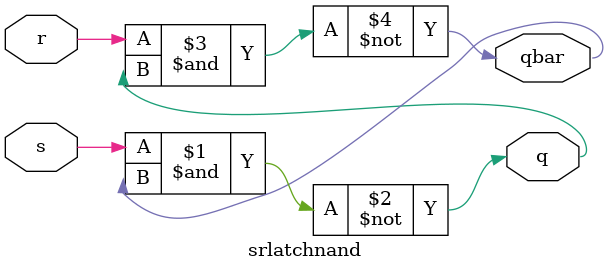
<source format=v>
module srlatchnand( s,r ,q,qbar );
input s,r;
output q,qbar;

assign q=~(s & qbar);
assign qbar=~(r & q);

endmodule

</source>
